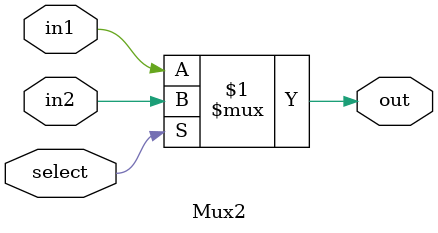
<source format=v>
module Mux2(in1,in2,select,out);
  input in1, in2, select;
  output out;
  assign out = select? in2: in1;// select = 0, out = in1; select = 1, out = in2.
endmodule
</source>
